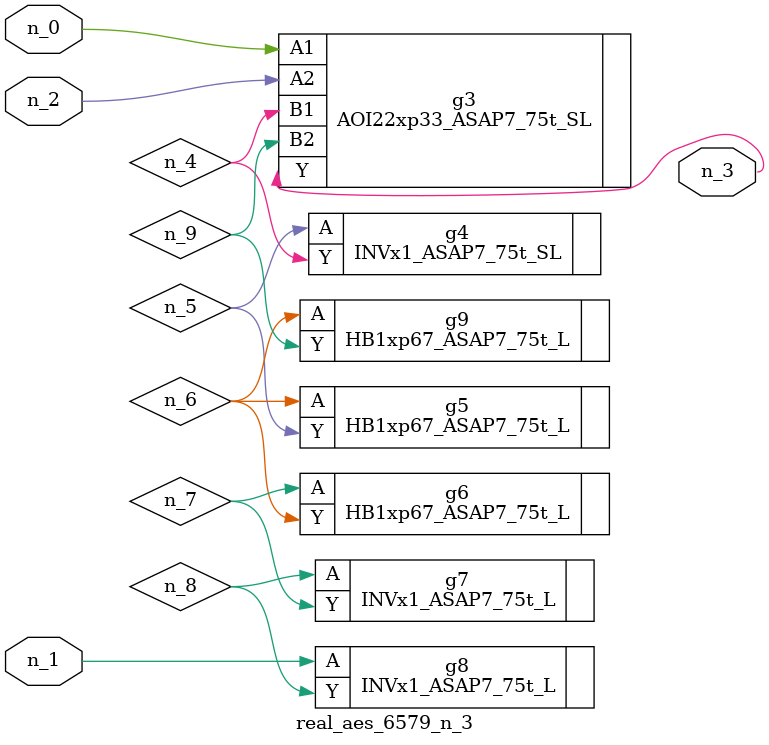
<source format=v>
module real_aes_6579_n_3 (n_0, n_2, n_1, n_3);
input n_0;
input n_2;
input n_1;
output n_3;
wire n_4;
wire n_5;
wire n_7;
wire n_9;
wire n_6;
wire n_8;
AOI22xp33_ASAP7_75t_SL g3 ( .A1(n_0), .A2(n_2), .B1(n_4), .B2(n_9), .Y(n_3) );
INVx1_ASAP7_75t_L g8 ( .A(n_1), .Y(n_8) );
INVx1_ASAP7_75t_SL g4 ( .A(n_5), .Y(n_4) );
HB1xp67_ASAP7_75t_L g5 ( .A(n_6), .Y(n_5) );
HB1xp67_ASAP7_75t_L g9 ( .A(n_6), .Y(n_9) );
HB1xp67_ASAP7_75t_L g6 ( .A(n_7), .Y(n_6) );
INVx1_ASAP7_75t_L g7 ( .A(n_8), .Y(n_7) );
endmodule
</source>
